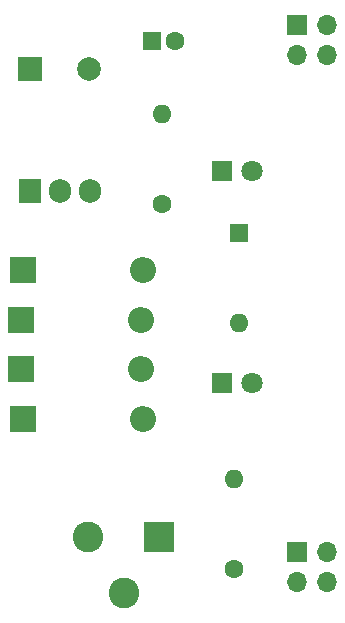
<source format=gbs>
%TF.GenerationSoftware,KiCad,Pcbnew,6.0.6*%
%TF.CreationDate,2022-09-01T23:29:10+01:00*%
%TF.ProjectId,breadbored power supply,62726561-6462-46f7-9265-6420706f7765,rev?*%
%TF.SameCoordinates,Original*%
%TF.FileFunction,Soldermask,Bot*%
%TF.FilePolarity,Negative*%
%FSLAX46Y46*%
G04 Gerber Fmt 4.6, Leading zero omitted, Abs format (unit mm)*
G04 Created by KiCad (PCBNEW 6.0.6) date 2022-09-01 23:29:10*
%MOMM*%
%LPD*%
G01*
G04 APERTURE LIST*
%ADD10C,1.600000*%
%ADD11O,1.600000X1.600000*%
%ADD12R,2.200000X2.200000*%
%ADD13O,2.200000X2.200000*%
%ADD14R,1.800000X1.800000*%
%ADD15C,1.800000*%
%ADD16R,1.905000X2.000000*%
%ADD17O,1.905000X2.000000*%
%ADD18R,1.600000X1.600000*%
%ADD19R,2.600000X2.600000*%
%ADD20C,2.600000*%
%ADD21R,1.700000X1.700000*%
%ADD22O,1.700000X1.700000*%
%ADD23R,2.000000X2.000000*%
%ADD24C,2.000000*%
G04 APERTURE END LIST*
D10*
%TO.C,R1*%
X148848000Y-128190000D03*
D11*
X148848000Y-120570000D03*
%TD*%
D12*
%TO.C,D1*%
X130814000Y-111299000D03*
D13*
X140974000Y-111299000D03*
%TD*%
D14*
%TO.C,D6*%
X147832000Y-94535000D03*
D15*
X150372000Y-94535000D03*
%TD*%
D12*
%TO.C,D3*%
X130941000Y-115490000D03*
D13*
X141101000Y-115490000D03*
%TD*%
D12*
%TO.C,D4*%
X130814000Y-107108000D03*
D13*
X140974000Y-107108000D03*
%TD*%
D16*
%TO.C,U1*%
X131576000Y-96242000D03*
D17*
X134116000Y-96242000D03*
X136656000Y-96242000D03*
%TD*%
D18*
%TO.C,C2*%
X141863000Y-83486000D03*
D10*
X143863000Y-83486000D03*
%TD*%
D12*
%TO.C,D2*%
X130941000Y-102917000D03*
D13*
X141101000Y-102917000D03*
%TD*%
D19*
%TO.C,J1*%
X142475000Y-125523000D03*
D20*
X136475000Y-125523000D03*
X139475000Y-130223000D03*
%TD*%
D14*
%TO.C,D5*%
X147832000Y-112442000D03*
D15*
X150372000Y-112442000D03*
%TD*%
D21*
%TO.C,J3*%
X154177000Y-126788000D03*
D22*
X156717000Y-126788000D03*
X154177000Y-129328000D03*
X156717000Y-129328000D03*
%TD*%
D23*
%TO.C,C1*%
X131576000Y-85899000D03*
D24*
X136576000Y-85899000D03*
%TD*%
D21*
%TO.C,J2*%
X154177000Y-82135000D03*
D22*
X156717000Y-82135000D03*
X154177000Y-84675000D03*
X156717000Y-84675000D03*
%TD*%
D10*
%TO.C,R2*%
X142752000Y-97329000D03*
D11*
X142752000Y-89709000D03*
%TD*%
D18*
%TO.C,SW1*%
X149229000Y-99721000D03*
D11*
X149229000Y-107341000D03*
%TD*%
M02*

</source>
